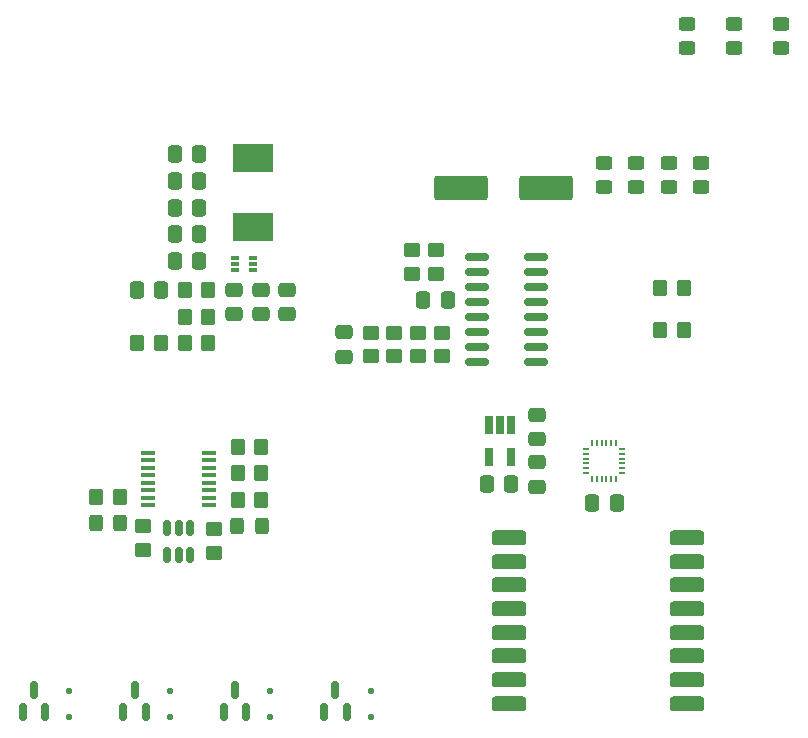
<source format=gtp>
%TF.GenerationSoftware,KiCad,Pcbnew,8.0.0*%
%TF.CreationDate,2024-03-16T12:32:21-04:00*%
%TF.ProjectId,AMP_PCBv3,414d505f-5043-4427-9633-2e6b69636164,A*%
%TF.SameCoordinates,Original*%
%TF.FileFunction,Paste,Top*%
%TF.FilePolarity,Positive*%
%FSLAX46Y46*%
G04 Gerber Fmt 4.6, Leading zero omitted, Abs format (unit mm)*
G04 Created by KiCad (PCBNEW 8.0.0) date 2024-03-16 12:32:21*
%MOMM*%
%LPD*%
G01*
G04 APERTURE LIST*
G04 Aperture macros list*
%AMRoundRect*
0 Rectangle with rounded corners*
0 $1 Rounding radius*
0 $2 $3 $4 $5 $6 $7 $8 $9 X,Y pos of 4 corners*
0 Add a 4 corners polygon primitive as box body*
4,1,4,$2,$3,$4,$5,$6,$7,$8,$9,$2,$3,0*
0 Add four circle primitives for the rounded corners*
1,1,$1+$1,$2,$3*
1,1,$1+$1,$4,$5*
1,1,$1+$1,$6,$7*
1,1,$1+$1,$8,$9*
0 Add four rect primitives between the rounded corners*
20,1,$1+$1,$2,$3,$4,$5,0*
20,1,$1+$1,$4,$5,$6,$7,0*
20,1,$1+$1,$6,$7,$8,$9,0*
20,1,$1+$1,$8,$9,$2,$3,0*%
G04 Aperture macros list end*
%ADD10R,0.700000X0.340000*%
%ADD11RoundRect,0.250000X-0.450000X0.325000X-0.450000X-0.325000X0.450000X-0.325000X0.450000X0.325000X0*%
%ADD12RoundRect,0.250000X0.450000X-0.325000X0.450000X0.325000X-0.450000X0.325000X-0.450000X-0.325000X0*%
%ADD13RoundRect,0.250000X-0.337500X-0.475000X0.337500X-0.475000X0.337500X0.475000X-0.337500X0.475000X0*%
%ADD14RoundRect,0.250000X-0.475000X0.337500X-0.475000X-0.337500X0.475000X-0.337500X0.475000X0.337500X0*%
%ADD15RoundRect,0.250000X0.450000X-0.350000X0.450000X0.350000X-0.450000X0.350000X-0.450000X-0.350000X0*%
%ADD16RoundRect,0.125000X0.125000X-0.125000X0.125000X0.125000X-0.125000X0.125000X-0.125000X-0.125000X0*%
%ADD17RoundRect,0.250000X0.325000X0.450000X-0.325000X0.450000X-0.325000X-0.450000X0.325000X-0.450000X0*%
%ADD18RoundRect,0.150000X0.150000X-0.512500X0.150000X0.512500X-0.150000X0.512500X-0.150000X-0.512500X0*%
%ADD19RoundRect,0.250000X-0.350000X-0.450000X0.350000X-0.450000X0.350000X0.450000X-0.350000X0.450000X0*%
%ADD20RoundRect,0.250000X0.337500X0.475000X-0.337500X0.475000X-0.337500X-0.475000X0.337500X-0.475000X0*%
%ADD21RoundRect,0.250000X-0.450000X0.350000X-0.450000X-0.350000X0.450000X-0.350000X0.450000X0.350000X0*%
%ADD22RoundRect,0.250000X0.350000X0.450000X-0.350000X0.450000X-0.350000X-0.450000X0.350000X-0.450000X0*%
%ADD23RoundRect,0.050000X-0.050000X0.225000X-0.050000X-0.225000X0.050000X-0.225000X0.050000X0.225000X0*%
%ADD24RoundRect,0.050000X-0.225000X-0.050000X0.225000X-0.050000X0.225000X0.050000X-0.225000X0.050000X0*%
%ADD25RoundRect,0.317500X-1.157500X-0.317500X1.157500X-0.317500X1.157500X0.317500X-1.157500X0.317500X0*%
%ADD26RoundRect,0.150000X0.150000X-0.587500X0.150000X0.587500X-0.150000X0.587500X-0.150000X-0.587500X0*%
%ADD27RoundRect,0.250000X0.475000X-0.337500X0.475000X0.337500X-0.475000X0.337500X-0.475000X-0.337500X0*%
%ADD28R,0.650000X1.560000*%
%ADD29RoundRect,0.150000X0.850000X0.150000X-0.850000X0.150000X-0.850000X-0.150000X0.850000X-0.150000X0*%
%ADD30R,1.200000X0.400000*%
%ADD31RoundRect,0.250001X-1.999999X-0.799999X1.999999X-0.799999X1.999999X0.799999X-1.999999X0.799999X0*%
%ADD32R,3.429000X2.413000*%
G04 APERTURE END LIST*
D10*
%TO.C,U1*%
X131250000Y-90500000D03*
X131250000Y-90000000D03*
X131250000Y-89500000D03*
X129750000Y-89500000D03*
X129750000Y-90000000D03*
X129750000Y-90500000D03*
%TD*%
D11*
%TO.C,D7*%
X176000000Y-69725000D03*
X176000000Y-71775000D03*
%TD*%
D12*
%TO.C,D1*%
X161000000Y-83525000D03*
X161000000Y-81475000D03*
%TD*%
D13*
%TO.C,C4*%
X121462500Y-92250000D03*
X123537500Y-92250000D03*
%TD*%
D11*
%TO.C,D6*%
X172000000Y-69725000D03*
X172000000Y-71775000D03*
%TD*%
D14*
%TO.C,C2*%
X131950000Y-92212500D03*
X131950000Y-94287500D03*
%TD*%
D15*
%TO.C,R24*%
X122000000Y-114250000D03*
X122000000Y-112250000D03*
%TD*%
D16*
%TO.C,D13*%
X141270000Y-128350000D03*
X141270000Y-126150000D03*
%TD*%
D17*
%TO.C,D9*%
X120025000Y-112000000D03*
X117975000Y-112000000D03*
%TD*%
D18*
%TO.C,U6*%
X124050000Y-114637500D03*
X125000000Y-114637500D03*
X125950000Y-114637500D03*
X125950000Y-112362500D03*
X125000000Y-112362500D03*
X124050000Y-112362500D03*
%TD*%
D19*
%TO.C,R7*%
X125500000Y-96750000D03*
X127500000Y-96750000D03*
%TD*%
%TO.C,R27*%
X130000000Y-110000000D03*
X132000000Y-110000000D03*
%TD*%
D20*
%TO.C,C7*%
X126737500Y-85250000D03*
X124662500Y-85250000D03*
%TD*%
D21*
%TO.C,R19*%
X146750000Y-88845000D03*
X146750000Y-90845000D03*
%TD*%
D22*
%TO.C,R5*%
X127500000Y-94500000D03*
X125500000Y-94500000D03*
%TD*%
D23*
%TO.C,U5*%
X162000000Y-105200000D03*
X161600000Y-105200000D03*
X161200000Y-105200000D03*
X160800000Y-105200000D03*
X160400000Y-105200000D03*
X160000000Y-105200000D03*
D24*
X159500000Y-105700000D03*
X159500000Y-106100000D03*
X159500000Y-106500000D03*
X159500000Y-106900000D03*
X159500000Y-107300000D03*
X159500000Y-107700000D03*
D23*
X160000000Y-108200000D03*
X160400000Y-108200000D03*
X160800000Y-108200000D03*
X161200000Y-108200000D03*
X161600000Y-108200000D03*
X162000000Y-108200000D03*
D24*
X162500000Y-107700000D03*
X162500000Y-107300000D03*
X162500000Y-106900000D03*
X162500000Y-106500000D03*
X162500000Y-106100000D03*
X162500000Y-105700000D03*
%TD*%
D25*
%TO.C,U2*%
X152975000Y-113250000D03*
X152975000Y-115250000D03*
X152975000Y-117250000D03*
X152975000Y-119250000D03*
X152975000Y-121250000D03*
X152975000Y-123250000D03*
X152975000Y-125250000D03*
X152975000Y-127250000D03*
X168025000Y-127250000D03*
X168025000Y-125250000D03*
X168025000Y-123250000D03*
X168025000Y-121250000D03*
X168025000Y-119250000D03*
X168025000Y-117250000D03*
X168025000Y-115250000D03*
X168025000Y-113250000D03*
%TD*%
D16*
%TO.C,D11*%
X124270000Y-128350000D03*
X124270000Y-126150000D03*
%TD*%
D20*
%TO.C,C8*%
X126737500Y-83000000D03*
X124662500Y-83000000D03*
%TD*%
D26*
%TO.C,Q2*%
X120320000Y-127937500D03*
X122220000Y-127937500D03*
X121270000Y-126062500D03*
%TD*%
D27*
%TO.C,C15*%
X155300000Y-104875000D03*
X155300000Y-102800000D03*
%TD*%
D20*
%TO.C,C5*%
X126737500Y-89750000D03*
X124662500Y-89750000D03*
%TD*%
D21*
%TO.C,R12*%
X143250000Y-95845000D03*
X143250000Y-97845000D03*
%TD*%
D22*
%TO.C,R14*%
X167750000Y-95595000D03*
X165750000Y-95595000D03*
%TD*%
%TO.C,R4*%
X127500000Y-92250000D03*
X125500000Y-92250000D03*
%TD*%
D19*
%TO.C,R6*%
X121500000Y-96750000D03*
X123500000Y-96750000D03*
%TD*%
D28*
%TO.C,U7*%
X153150000Y-103687500D03*
X152200000Y-103687500D03*
X151250000Y-103687500D03*
X151250000Y-106387500D03*
X153150000Y-106387500D03*
%TD*%
D19*
%TO.C,R15*%
X165750000Y-92095000D03*
X167750000Y-92095000D03*
%TD*%
D15*
%TO.C,R16*%
X145250000Y-97845000D03*
X145250000Y-95845000D03*
%TD*%
D14*
%TO.C,C1*%
X134200000Y-92212500D03*
X134200000Y-94287500D03*
%TD*%
D19*
%TO.C,R26*%
X130000000Y-107750000D03*
X132000000Y-107750000D03*
%TD*%
D26*
%TO.C,Q4*%
X137320000Y-127937500D03*
X139220000Y-127937500D03*
X138270000Y-126062500D03*
%TD*%
D27*
%TO.C,C10*%
X139000000Y-97882500D03*
X139000000Y-95807500D03*
%TD*%
D15*
%TO.C,R18*%
X147250000Y-97845000D03*
X147250000Y-95845000D03*
%TD*%
D11*
%TO.C,D5*%
X168000000Y-69725000D03*
X168000000Y-71775000D03*
%TD*%
D14*
%TO.C,C3*%
X129700000Y-92212500D03*
X129700000Y-94287500D03*
%TD*%
D13*
%TO.C,C14*%
X160012500Y-110300000D03*
X162087500Y-110300000D03*
%TD*%
D29*
%TO.C,U4*%
X155250000Y-98290000D03*
X155250000Y-97020000D03*
X155250000Y-95750000D03*
X155250000Y-94480000D03*
X155250000Y-93210000D03*
X155250000Y-91940000D03*
X155250000Y-90670000D03*
X155250000Y-89400000D03*
X150250000Y-89400000D03*
X150250000Y-90670000D03*
X150250000Y-91940000D03*
X150250000Y-93210000D03*
X150250000Y-94480000D03*
X150250000Y-95750000D03*
X150250000Y-97020000D03*
X150250000Y-98290000D03*
%TD*%
D15*
%TO.C,R23*%
X128000000Y-114500000D03*
X128000000Y-112500000D03*
%TD*%
D26*
%TO.C,Q1*%
X111800000Y-127937500D03*
X113700000Y-127937500D03*
X112750000Y-126062500D03*
%TD*%
D12*
%TO.C,D3*%
X166500000Y-83525000D03*
X166500000Y-81475000D03*
%TD*%
D30*
%TO.C,U3*%
X122400000Y-106027500D03*
X122400000Y-106662500D03*
X122400000Y-107297500D03*
X122400000Y-107932500D03*
X122400000Y-108567500D03*
X122400000Y-109202500D03*
X122400000Y-109837500D03*
X122400000Y-110472500D03*
X127600000Y-110472500D03*
X127600000Y-109837500D03*
X127600000Y-109202500D03*
X127600000Y-108567500D03*
X127600000Y-107932500D03*
X127600000Y-107297500D03*
X127600000Y-106662500D03*
X127600000Y-106027500D03*
%TD*%
D20*
%TO.C,C16*%
X153137500Y-108637500D03*
X151062500Y-108637500D03*
%TD*%
D16*
%TO.C,D10*%
X115750000Y-128350000D03*
X115750000Y-126150000D03*
%TD*%
D15*
%TO.C,R13*%
X141250000Y-97845000D03*
X141250000Y-95845000D03*
%TD*%
D12*
%TO.C,D4*%
X169250000Y-83525000D03*
X169250000Y-81475000D03*
%TD*%
D13*
%TO.C,C12*%
X145712500Y-93095000D03*
X147787500Y-93095000D03*
%TD*%
D20*
%TO.C,C9*%
X126737500Y-80750000D03*
X124662500Y-80750000D03*
%TD*%
D12*
%TO.C,D2*%
X163750000Y-83525000D03*
X163750000Y-81475000D03*
%TD*%
D31*
%TO.C,C11*%
X148900000Y-83595000D03*
X156100000Y-83595000D03*
%TD*%
D32*
%TO.C,L1*%
X131250000Y-86921000D03*
X131250000Y-81079000D03*
%TD*%
D15*
%TO.C,R17*%
X144750000Y-90845000D03*
X144750000Y-88845000D03*
%TD*%
D17*
%TO.C,D8*%
X132025000Y-112250000D03*
X129975000Y-112250000D03*
%TD*%
D19*
%TO.C,R28*%
X118000000Y-109750000D03*
X120000000Y-109750000D03*
%TD*%
D22*
%TO.C,R25*%
X132000000Y-105500000D03*
X130000000Y-105500000D03*
%TD*%
D20*
%TO.C,C6*%
X126737500Y-87500000D03*
X124662500Y-87500000D03*
%TD*%
D16*
%TO.C,D12*%
X132750000Y-128350000D03*
X132750000Y-126150000D03*
%TD*%
D26*
%TO.C,Q3*%
X128800000Y-127937500D03*
X130700000Y-127937500D03*
X129750000Y-126062500D03*
%TD*%
D14*
%TO.C,C13*%
X155300000Y-106800000D03*
X155300000Y-108875000D03*
%TD*%
M02*

</source>
